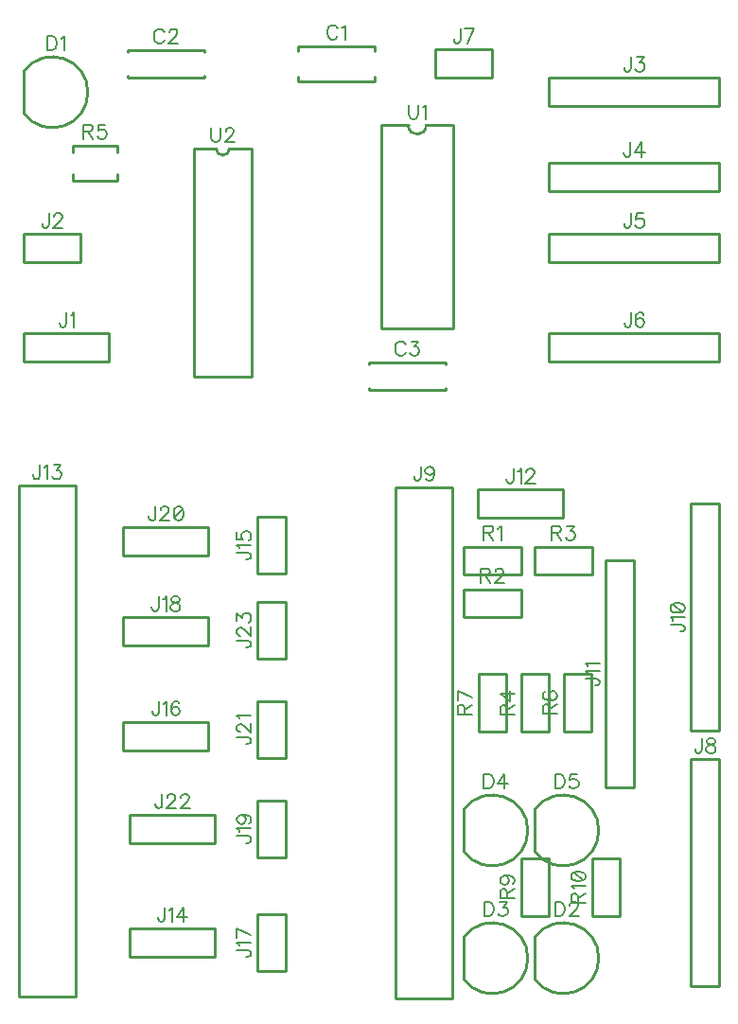
<source format=gbr>
G04 DipTrace 2.4.0.2*
%INTopSilk.gbr*%
%MOIN*%
%ADD10C,0.0098*%
%ADD40C,0.0077*%
%FSLAX44Y44*%
G04*
G70*
G90*
G75*
G01*
%LNTopSilk*%
%LPD*%
X15101Y38570D2*
D10*
X17780D1*
X15101Y37310D2*
X17780D1*
X15101Y38401D2*
Y38570D1*
Y37310D2*
Y37479D1*
X17780Y38401D2*
Y38570D1*
Y37310D2*
Y37479D1*
X9101Y38365D2*
Y38432D1*
X11780Y37448D2*
Y37515D1*
X9101Y37448D2*
X11780D1*
X9101D2*
Y37515D1*
Y38432D2*
X11780D1*
Y38365D2*
Y38432D1*
X17601Y27365D2*
Y27432D1*
X20280Y26448D2*
Y26515D1*
X17601Y26448D2*
X20280D1*
X17601D2*
Y26515D1*
Y27432D2*
X20280D1*
Y27365D2*
Y27432D1*
X5440Y36191D2*
Y37690D1*
X5442Y36188D2*
G03X5442Y37693I998J752D01*
G01*
X5440Y27440D2*
Y28440D1*
X8440D1*
Y27440D2*
Y28440D1*
X5440Y27440D2*
X8440D1*
X7440Y30940D2*
Y31940D1*
X5440Y30940D2*
X7440D1*
X5440D2*
Y31940D1*
X7440D1*
X23940Y36440D2*
X29940D1*
X23940Y37440D2*
X29940D1*
X23940Y36440D2*
Y37440D1*
X29940Y36440D2*
Y37440D1*
X23940Y33440D2*
X29940D1*
X23940Y34440D2*
X29940D1*
X23940Y33440D2*
Y34440D1*
X29940Y33440D2*
Y34440D1*
X23940Y30940D2*
X29940D1*
X23940Y31940D2*
X29940D1*
X23940Y30940D2*
Y31940D1*
X29940Y30940D2*
Y31940D1*
X23940Y27440D2*
X29940D1*
X23940Y28440D2*
X29940D1*
X23940Y27440D2*
Y28440D1*
X29940Y27440D2*
Y28440D1*
X21940Y37440D2*
Y38440D1*
X19940Y37440D2*
X21940D1*
X19940D2*
Y38440D1*
X21940D1*
X8727Y34838D2*
Y35070D1*
X7153Y34838D2*
Y35070D1*
Y33810D2*
X8727D1*
X7153Y35070D2*
X8727D1*
Y33810D2*
Y34042D1*
X7153Y33810D2*
Y34042D1*
X18031Y35773D2*
Y28608D1*
X20550Y35773D2*
Y28608D1*
X18031D2*
X20550D1*
X18031Y35773D2*
X18975D1*
X19606D2*
X20550D1*
X18975D2*
G03X19606Y35773I315J1D01*
G01*
X13464Y34956D2*
Y26924D1*
X11416D2*
X13464D1*
X11416Y34956D2*
Y26924D1*
Y34956D2*
X12204D1*
X13464D2*
X12676D1*
X12204D2*
G03X12676Y34956I236J0D01*
G01*
X23440Y5691D2*
Y7190D1*
X23442Y5688D2*
G03X23442Y7193I998J752D01*
G01*
X20940Y5691D2*
Y7190D1*
X20942Y5688D2*
G03X20942Y7193I998J752D01*
G01*
X20940Y10191D2*
Y11690D1*
X20942Y10188D2*
G03X20942Y11693I998J752D01*
G01*
X23440Y10191D2*
Y11690D1*
X23442Y10188D2*
G03X23442Y11693I998J752D01*
G01*
X28940Y5440D2*
Y13440D1*
X29940Y5440D2*
X28940D1*
X29940D2*
Y13440D1*
X28940D1*
X20530Y23030D2*
X18530D1*
X20530Y5030D2*
X18530D1*
Y23030D1*
X20530Y5030D2*
Y23030D1*
X28940Y14440D2*
Y22440D1*
X29940Y14440D2*
X28940D1*
X29940D2*
Y22440D1*
X28940D1*
X25940Y12440D2*
Y20440D1*
X26940Y12440D2*
X25940D1*
X26940D2*
Y20440D1*
X25940D1*
X24440Y22940D2*
Y21940D1*
X21440D1*
Y22940D2*
Y21940D1*
X24440Y22940D2*
X21440D1*
X22944Y19948D2*
X20936D1*
X22944Y20932D2*
X20936D1*
X22944D2*
Y19948D1*
X20936Y20932D2*
Y19948D1*
X22944Y18448D2*
X20936D1*
X22944Y19432D2*
X20936D1*
X22944D2*
Y18448D1*
X20936Y19432D2*
Y18448D1*
X25444Y19948D2*
X23436D1*
X25444Y20932D2*
X23436D1*
X25444D2*
Y19948D1*
X23436Y20932D2*
Y19948D1*
X22948Y14436D2*
Y16444D1*
X23932Y14436D2*
Y16444D1*
Y14436D2*
X22948D1*
X23932Y16444D2*
X22948D1*
X24448Y14436D2*
Y16444D1*
X25432Y14436D2*
Y16444D1*
Y14436D2*
X24448D1*
X25432Y16444D2*
X24448D1*
X21448Y14436D2*
Y16444D1*
X22432Y14436D2*
Y16444D1*
Y14436D2*
X21448D1*
X22432Y16444D2*
X21448D1*
X22948Y7936D2*
Y9944D1*
X23932Y7936D2*
Y9944D1*
Y7936D2*
X22948D1*
X23932Y9944D2*
X22948D1*
X25448Y7936D2*
Y9944D1*
X26432Y7936D2*
Y9944D1*
Y7936D2*
X25448D1*
X26432Y9944D2*
X25448D1*
X7260Y23080D2*
X5260D1*
X7260Y5080D2*
X5260D1*
Y23080D1*
X7260Y5080D2*
Y23080D1*
X12170Y7490D2*
Y6490D1*
X9170D1*
Y7490D2*
Y6490D1*
X12170Y7490D2*
X9170D1*
X14670Y21990D2*
X13670D1*
X14670Y19990D2*
Y21990D1*
Y19990D2*
X13670D1*
Y21990D1*
X11940Y14760D2*
Y13760D1*
X8940D1*
Y14760D2*
Y13760D1*
X11940Y14760D2*
X8940D1*
X14670Y7990D2*
X13670D1*
X14670Y5990D2*
Y7990D1*
Y5990D2*
X13670D1*
Y7990D1*
X11940Y18440D2*
Y17440D1*
X8940D1*
Y18440D2*
Y17440D1*
X11940Y18440D2*
X8940D1*
X14670Y11990D2*
X13670D1*
X14670Y9990D2*
Y11990D1*
Y9990D2*
X13670D1*
Y11990D1*
X11940Y21620D2*
Y20620D1*
X8940D1*
Y21620D2*
Y20620D1*
X11940Y21620D2*
X8940D1*
X14670Y15490D2*
X13670D1*
X14670Y13490D2*
Y15490D1*
Y13490D2*
X13670D1*
Y15490D1*
X12170Y11490D2*
Y10490D1*
X9170D1*
Y11490D2*
Y10490D1*
X12170Y11490D2*
X9170D1*
X14670Y18990D2*
X13670D1*
X14670Y16990D2*
Y18990D1*
Y16990D2*
X13670D1*
Y18990D1*
X16482Y39183D2*
D40*
X16459Y39230D1*
X16410Y39279D1*
X16363Y39302D1*
X16267D1*
X16219Y39279D1*
X16172Y39230D1*
X16147Y39183D1*
X16124Y39111D1*
Y38991D1*
X16147Y38920D1*
X16172Y38872D1*
X16219Y38824D1*
X16267Y38800D1*
X16363D1*
X16410Y38824D1*
X16459Y38872D1*
X16482Y38920D1*
X16637Y39206D2*
X16685Y39230D1*
X16757Y39302D1*
Y38800D1*
X10375Y39045D2*
X10351Y39093D1*
X10303Y39141D1*
X10255Y39165D1*
X10160D1*
X10112Y39141D1*
X10064Y39093D1*
X10040Y39045D1*
X10016Y38973D1*
Y38853D1*
X10040Y38782D1*
X10064Y38734D1*
X10112Y38686D1*
X10160Y38662D1*
X10255D1*
X10303Y38686D1*
X10351Y38734D1*
X10375Y38782D1*
X10554Y39045D2*
Y39068D1*
X10577Y39116D1*
X10601Y39140D1*
X10649Y39164D1*
X10745D1*
X10792Y39140D1*
X10816Y39116D1*
X10840Y39068D1*
Y39021D1*
X10816Y38973D1*
X10769Y38901D1*
X10529Y38662D1*
X10864D1*
X18875Y28045D2*
X18851Y28093D1*
X18803Y28141D1*
X18755Y28165D1*
X18660D1*
X18612Y28141D1*
X18564Y28093D1*
X18540Y28045D1*
X18516Y27973D1*
Y27853D1*
X18540Y27782D1*
X18564Y27734D1*
X18612Y27686D1*
X18660Y27662D1*
X18755D1*
X18803Y27686D1*
X18851Y27734D1*
X18875Y27782D1*
X19077Y28164D2*
X19340D1*
X19197Y27973D1*
X19269D1*
X19316Y27949D1*
X19340Y27925D1*
X19364Y27853D1*
Y27806D1*
X19340Y27734D1*
X19292Y27686D1*
X19220Y27662D1*
X19149D1*
X19077Y27686D1*
X19054Y27710D1*
X19029Y27758D1*
X6261Y38922D2*
Y38420D1*
X6428D1*
X6500Y38444D1*
X6548Y38492D1*
X6572Y38540D1*
X6596Y38611D1*
Y38731D1*
X6572Y38803D1*
X6548Y38850D1*
X6500Y38898D1*
X6428Y38922D1*
X6261D1*
X6750Y38826D2*
X6798Y38850D1*
X6870Y38922D1*
Y38420D1*
X6923Y29172D2*
Y28790D1*
X6899Y28718D1*
X6875Y28694D1*
X6827Y28670D1*
X6779D1*
X6731Y28694D1*
X6708Y28718D1*
X6683Y28790D1*
Y28837D1*
X7077Y29076D2*
X7125Y29101D1*
X7197Y29172D1*
Y28670D1*
X6315Y32672D2*
Y32290D1*
X6291Y32218D1*
X6267Y32194D1*
X6220Y32170D1*
X6171D1*
X6124Y32194D1*
X6100Y32218D1*
X6076Y32290D1*
Y32337D1*
X6494Y32552D2*
Y32576D1*
X6518Y32624D1*
X6541Y32648D1*
X6589Y32672D1*
X6685D1*
X6733Y32648D1*
X6756Y32624D1*
X6781Y32576D1*
Y32529D1*
X6756Y32481D1*
X6709Y32409D1*
X6470Y32170D1*
X6804D1*
X26815Y38172D2*
Y37790D1*
X26791Y37718D1*
X26767Y37694D1*
X26720Y37670D1*
X26671D1*
X26624Y37694D1*
X26600Y37718D1*
X26576Y37790D1*
Y37837D1*
X27018Y38172D2*
X27280D1*
X27137Y37981D1*
X27209D1*
X27256Y37957D1*
X27280Y37933D1*
X27304Y37861D1*
Y37814D1*
X27280Y37742D1*
X27233Y37694D1*
X27161Y37670D1*
X27089D1*
X27018Y37694D1*
X26994Y37718D1*
X26970Y37766D1*
X26803Y35172D2*
Y34790D1*
X26780Y34718D1*
X26755Y34694D1*
X26708Y34670D1*
X26660D1*
X26612Y34694D1*
X26588Y34718D1*
X26564Y34790D1*
Y34837D1*
X27197Y34670D2*
Y35172D1*
X26958Y34837D1*
X27316D1*
X26815Y32672D2*
Y32290D1*
X26791Y32218D1*
X26767Y32194D1*
X26720Y32170D1*
X26671D1*
X26624Y32194D1*
X26600Y32218D1*
X26576Y32290D1*
Y32337D1*
X27256Y32672D2*
X27018D1*
X26994Y32457D1*
X27018Y32481D1*
X27089Y32505D1*
X27161D1*
X27233Y32481D1*
X27281Y32433D1*
X27304Y32361D1*
Y32314D1*
X27281Y32242D1*
X27233Y32194D1*
X27161Y32170D1*
X27089D1*
X27018Y32194D1*
X26994Y32218D1*
X26970Y32266D1*
X26827Y29172D2*
Y28790D1*
X26804Y28718D1*
X26779Y28694D1*
X26732Y28670D1*
X26684D1*
X26636Y28694D1*
X26612Y28718D1*
X26588Y28790D1*
Y28837D1*
X27269Y29101D2*
X27245Y29148D1*
X27173Y29172D1*
X27125D1*
X27054Y29148D1*
X27005Y29076D1*
X26982Y28957D1*
Y28837D1*
X27005Y28742D1*
X27054Y28694D1*
X27125Y28670D1*
X27149D1*
X27220Y28694D1*
X27269Y28742D1*
X27292Y28814D1*
Y28837D1*
X27269Y28909D1*
X27220Y28957D1*
X27149Y28981D1*
X27125D1*
X27054Y28957D1*
X27005Y28909D1*
X26982Y28837D1*
X20815Y39172D2*
Y38790D1*
X20791Y38718D1*
X20767Y38694D1*
X20720Y38670D1*
X20671D1*
X20624Y38694D1*
X20600Y38718D1*
X20576Y38790D1*
Y38837D1*
X21065Y38670D2*
X21304Y39172D1*
X20970D1*
X7528Y35563D2*
X7743D1*
X7815Y35587D1*
X7839Y35611D1*
X7863Y35659D1*
Y35707D1*
X7839Y35754D1*
X7815Y35779D1*
X7743Y35802D1*
X7528D1*
Y35300D1*
X7695Y35563D2*
X7863Y35300D1*
X8304Y35802D2*
X8065D1*
X8042Y35587D1*
X8065Y35611D1*
X8137Y35635D1*
X8209D1*
X8280Y35611D1*
X8329Y35563D1*
X8352Y35491D1*
Y35444D1*
X8329Y35372D1*
X8280Y35324D1*
X8209Y35300D1*
X8137D1*
X8065Y35324D1*
X8042Y35348D1*
X8017Y35396D1*
X18986Y36505D2*
Y36146D1*
X19010Y36074D1*
X19058Y36027D1*
X19130Y36002D1*
X19177D1*
X19249Y36027D1*
X19297Y36074D1*
X19321Y36146D1*
Y36505D1*
X19475Y36409D2*
X19523Y36433D1*
X19595Y36504D1*
Y36002D1*
X12028Y35688D2*
Y35329D1*
X12052Y35258D1*
X12100Y35210D1*
X12172Y35186D1*
X12219D1*
X12291Y35210D1*
X12339Y35258D1*
X12363Y35329D1*
Y35688D1*
X12542Y35568D2*
Y35592D1*
X12565Y35640D1*
X12589Y35664D1*
X12637Y35688D1*
X12733D1*
X12780Y35664D1*
X12804Y35640D1*
X12829Y35592D1*
Y35544D1*
X12804Y35496D1*
X12757Y35425D1*
X12517Y35186D1*
X12852D1*
X24153Y8422D2*
Y7920D1*
X24321D1*
X24392Y7944D1*
X24440Y7992D1*
X24464Y8040D1*
X24488Y8111D1*
Y8231D1*
X24464Y8303D1*
X24440Y8350D1*
X24392Y8398D1*
X24321Y8422D1*
X24153D1*
X24667Y8302D2*
Y8326D1*
X24691Y8374D1*
X24714Y8398D1*
X24762Y8422D1*
X24858D1*
X24906Y8398D1*
X24929Y8374D1*
X24954Y8326D1*
Y8278D1*
X24929Y8230D1*
X24882Y8159D1*
X24642Y7920D1*
X24977D1*
X21653Y8422D2*
Y7920D1*
X21821D1*
X21892Y7944D1*
X21940Y7992D1*
X21964Y8040D1*
X21988Y8111D1*
Y8231D1*
X21964Y8303D1*
X21940Y8350D1*
X21892Y8398D1*
X21821Y8422D1*
X21653D1*
X22191D2*
X22453D1*
X22310Y8230D1*
X22382D1*
X22429Y8207D1*
X22453Y8183D1*
X22477Y8111D1*
Y8063D1*
X22453Y7992D1*
X22406Y7944D1*
X22334Y7920D1*
X22262D1*
X22191Y7944D1*
X22167Y7968D1*
X22142Y8015D1*
X21641Y12922D2*
Y12420D1*
X21809D1*
X21881Y12444D1*
X21929Y12492D1*
X21952Y12540D1*
X21976Y12611D1*
Y12731D1*
X21952Y12803D1*
X21929Y12850D1*
X21881Y12898D1*
X21809Y12922D1*
X21641D1*
X22370Y12420D2*
Y12922D1*
X22131Y12587D1*
X22489D1*
X24153Y12922D2*
Y12420D1*
X24321D1*
X24392Y12444D1*
X24440Y12492D1*
X24464Y12540D1*
X24488Y12611D1*
Y12731D1*
X24464Y12803D1*
X24440Y12850D1*
X24392Y12898D1*
X24321Y12922D1*
X24153D1*
X24929D2*
X24691D1*
X24667Y12707D1*
X24691Y12730D1*
X24762Y12755D1*
X24834D1*
X24906Y12730D1*
X24954Y12683D1*
X24977Y12611D1*
Y12563D1*
X24954Y12492D1*
X24906Y12444D1*
X24834Y12420D1*
X24762D1*
X24691Y12444D1*
X24667Y12468D1*
X24642Y12515D1*
X29315Y14172D2*
Y13790D1*
X29292Y13718D1*
X29267Y13694D1*
X29220Y13670D1*
X29172D1*
X29124Y13694D1*
X29100Y13718D1*
X29076Y13790D1*
Y13837D1*
X29589Y14172D2*
X29518Y14148D1*
X29494Y14101D1*
Y14052D1*
X29518Y14005D1*
X29565Y13981D1*
X29661Y13957D1*
X29733Y13933D1*
X29780Y13885D1*
X29804Y13837D1*
Y13766D1*
X29780Y13718D1*
X29757Y13694D1*
X29685Y13670D1*
X29589D1*
X29518Y13694D1*
X29494Y13718D1*
X29470Y13766D1*
Y13837D1*
X29494Y13885D1*
X29542Y13933D1*
X29613Y13957D1*
X29709Y13981D1*
X29757Y14005D1*
X29780Y14052D1*
Y14101D1*
X29757Y14148D1*
X29685Y14172D1*
X29589D1*
X19417Y23762D2*
Y23380D1*
X19393Y23308D1*
X19369Y23284D1*
X19321Y23260D1*
X19273D1*
X19226Y23284D1*
X19202Y23308D1*
X19178Y23380D1*
Y23427D1*
X19883Y23595D2*
X19858Y23523D1*
X19811Y23475D1*
X19739Y23451D1*
X19715D1*
X19643Y23475D1*
X19596Y23523D1*
X19571Y23595D1*
Y23619D1*
X19596Y23690D1*
X19643Y23738D1*
X19715Y23762D1*
X19739D1*
X19811Y23738D1*
X19858Y23690D1*
X19883Y23595D1*
Y23475D1*
X19858Y23356D1*
X19811Y23284D1*
X19739Y23260D1*
X19691D1*
X19619Y23284D1*
X19596Y23332D1*
X28208Y18178D2*
X28590D1*
X28662Y18154D1*
X28686Y18130D1*
X28710Y18082D1*
Y18034D1*
X28686Y17987D1*
X28662Y17963D1*
X28590Y17939D1*
X28543D1*
X28304Y18332D2*
X28280Y18380D1*
X28208Y18452D1*
X28710D1*
X28208Y18750D2*
X28232Y18679D1*
X28304Y18630D1*
X28423Y18607D1*
X28495D1*
X28615Y18630D1*
X28687Y18679D1*
X28710Y18750D1*
Y18798D1*
X28687Y18870D1*
X28615Y18917D1*
X28495Y18942D1*
X28423D1*
X28304Y18917D1*
X28232Y18870D1*
X28208Y18798D1*
Y18750D1*
X28304Y18917D2*
X28615Y18630D1*
X25208Y16285D2*
X25590D1*
X25662Y16262D1*
X25686Y16237D1*
X25710Y16190D1*
Y16142D1*
X25686Y16094D1*
X25662Y16070D1*
X25590Y16046D1*
X25543D1*
X25304Y16440D2*
X25280Y16488D1*
X25208Y16560D1*
X25710D1*
X25304Y16714D2*
X25280Y16762D1*
X25208Y16834D1*
X25710D1*
X22678Y23672D2*
Y23290D1*
X22654Y23218D1*
X22630Y23194D1*
X22582Y23170D1*
X22534D1*
X22487Y23194D1*
X22463Y23218D1*
X22439Y23290D1*
Y23337D1*
X22832Y23576D2*
X22880Y23601D1*
X22952Y23672D1*
Y23170D1*
X23131Y23552D2*
Y23576D1*
X23155Y23624D1*
X23179Y23648D1*
X23227Y23672D1*
X23322D1*
X23370Y23648D1*
X23394Y23624D1*
X23418Y23576D1*
Y23529D1*
X23394Y23481D1*
X23346Y23409D1*
X23107Y23170D1*
X23442D1*
X21636Y21425D2*
X21851D1*
X21922Y21450D1*
X21947Y21473D1*
X21970Y21521D1*
Y21569D1*
X21947Y21616D1*
X21922Y21641D1*
X21851Y21665D1*
X21636D1*
Y21162D1*
X21803Y21425D2*
X21970Y21162D1*
X22125Y21568D2*
X22173Y21593D1*
X22245Y21664D1*
Y21162D1*
X21528Y19925D2*
X21743D1*
X21815Y19950D1*
X21839Y19973D1*
X21863Y20021D1*
Y20069D1*
X21839Y20116D1*
X21815Y20141D1*
X21743Y20165D1*
X21528D1*
Y19662D1*
X21695Y19925D2*
X21863Y19662D1*
X22042Y20045D2*
Y20068D1*
X22065Y20116D1*
X22089Y20140D1*
X22137Y20164D1*
X22233D1*
X22280Y20140D1*
X22304Y20116D1*
X22329Y20068D1*
Y20021D1*
X22304Y19973D1*
X22257Y19901D1*
X22017Y19662D1*
X22352D1*
X24028Y21425D2*
X24243D1*
X24315Y21450D1*
X24339Y21473D1*
X24363Y21521D1*
Y21569D1*
X24339Y21616D1*
X24315Y21641D1*
X24243Y21665D1*
X24028D1*
Y21162D1*
X24195Y21425D2*
X24363Y21162D1*
X24565Y21664D2*
X24828D1*
X24685Y21473D1*
X24757D1*
X24804Y21449D1*
X24828Y21425D1*
X24852Y21353D1*
Y21306D1*
X24828Y21234D1*
X24780Y21186D1*
X24709Y21162D1*
X24637D1*
X24565Y21186D1*
X24542Y21210D1*
X24517Y21258D1*
X22455Y15016D2*
Y15231D1*
X22431Y15303D1*
X22407Y15327D1*
X22360Y15351D1*
X22311D1*
X22264Y15327D1*
X22240Y15303D1*
X22216Y15231D1*
Y15016D1*
X22718D1*
X22455Y15184D2*
X22718Y15351D1*
Y15745D2*
X22216D1*
X22551Y15505D1*
Y15864D1*
X23955Y15040D2*
Y15255D1*
X23931Y15327D1*
X23907Y15351D1*
X23860Y15375D1*
X23811D1*
X23764Y15351D1*
X23740Y15327D1*
X23716Y15255D1*
Y15040D1*
X24218D1*
X23955Y15208D2*
X24218Y15375D1*
X23788Y15816D2*
X23740Y15793D1*
X23716Y15721D1*
Y15673D1*
X23740Y15601D1*
X23812Y15553D1*
X23931Y15530D1*
X24051D1*
X24146Y15553D1*
X24194Y15601D1*
X24218Y15673D1*
Y15697D1*
X24194Y15768D1*
X24146Y15816D1*
X24075Y15840D1*
X24051D1*
X23979Y15816D1*
X23931Y15768D1*
X23908Y15697D1*
Y15673D1*
X23931Y15601D1*
X23979Y15553D1*
X24051Y15530D1*
X20955Y15028D2*
Y15243D1*
X20931Y15315D1*
X20907Y15339D1*
X20860Y15363D1*
X20811D1*
X20764Y15339D1*
X20740Y15315D1*
X20716Y15243D1*
Y15028D1*
X21218D1*
X20955Y15195D2*
X21218Y15363D1*
Y15613D2*
X20716Y15852D1*
Y15517D1*
X22455Y8540D2*
Y8755D1*
X22431Y8827D1*
X22407Y8851D1*
X22360Y8875D1*
X22311D1*
X22264Y8851D1*
X22240Y8827D1*
X22216Y8755D1*
Y8540D1*
X22718D1*
X22455Y8707D2*
X22718Y8875D1*
X22383Y9340D2*
X22455Y9316D1*
X22503Y9269D1*
X22527Y9197D1*
Y9173D1*
X22503Y9101D1*
X22455Y9054D1*
X22383Y9029D1*
X22360D1*
X22288Y9054D1*
X22240Y9101D1*
X22216Y9173D1*
Y9197D1*
X22240Y9269D1*
X22288Y9316D1*
X22383Y9340D1*
X22503D1*
X22623Y9316D1*
X22694Y9269D1*
X22718Y9197D1*
Y9149D1*
X22694Y9077D1*
X22646Y9054D1*
X24955Y8391D2*
Y8606D1*
X24931Y8678D1*
X24907Y8702D1*
X24860Y8726D1*
X24811D1*
X24764Y8702D1*
X24740Y8678D1*
X24716Y8606D1*
Y8391D1*
X25218D1*
X24955Y8558D2*
X25218Y8726D1*
X24812Y8880D2*
X24788Y8928D1*
X24716Y9000D1*
X25218D1*
X24716Y9298D2*
X24740Y9226D1*
X24812Y9178D1*
X24931Y9155D1*
X25003D1*
X25123Y9178D1*
X25194Y9226D1*
X25218Y9298D1*
Y9346D1*
X25194Y9418D1*
X25123Y9465D1*
X25003Y9489D1*
X24931D1*
X24812Y9465D1*
X24740Y9418D1*
X24716Y9346D1*
Y9298D1*
X24812Y9465D2*
X25123Y9178D1*
X5998Y23813D2*
Y23430D1*
X5974Y23358D1*
X5950Y23334D1*
X5902Y23310D1*
X5854D1*
X5807Y23334D1*
X5783Y23358D1*
X5759Y23430D1*
Y23478D1*
X6152Y23716D2*
X6201Y23741D1*
X6272Y23812D1*
Y23310D1*
X6475Y23812D2*
X6737D1*
X6594Y23621D1*
X6666D1*
X6714Y23597D1*
X6737Y23573D1*
X6762Y23501D1*
Y23454D1*
X6737Y23382D1*
X6690Y23334D1*
X6618Y23310D1*
X6546D1*
X6475Y23334D1*
X6451Y23358D1*
X6427Y23406D1*
X10396Y8223D2*
Y7840D1*
X10372Y7768D1*
X10348Y7745D1*
X10301Y7720D1*
X10253D1*
X10205Y7745D1*
X10181Y7768D1*
X10157Y7840D1*
Y7888D1*
X10551Y8126D2*
X10599Y8151D1*
X10671Y8222D1*
Y7720D1*
X11064D2*
Y8222D1*
X10825Y7888D1*
X11184D1*
X12938Y20728D2*
X13321D1*
X13392Y20704D1*
X13416Y20680D1*
X13440Y20633D1*
Y20584D1*
X13416Y20537D1*
X13392Y20513D1*
X13321Y20489D1*
X13273D1*
X13034Y20883D2*
X13010Y20931D1*
X12939Y21003D1*
X13440D1*
X12939Y21444D2*
Y21205D1*
X13154Y21181D1*
X13130Y21205D1*
X13106Y21277D1*
Y21348D1*
X13130Y21420D1*
X13177Y21468D1*
X13249Y21492D1*
X13297D1*
X13369Y21468D1*
X13417Y21420D1*
X13440Y21348D1*
Y21277D1*
X13417Y21205D1*
X13392Y21181D1*
X13345Y21157D1*
X10190Y15492D2*
Y15110D1*
X10166Y15038D1*
X10142Y15014D1*
X10095Y14990D1*
X10046D1*
X9999Y15014D1*
X9975Y15038D1*
X9951Y15110D1*
Y15158D1*
X10345Y15396D2*
X10393Y15421D1*
X10464Y15492D1*
Y14990D1*
X10906Y15421D2*
X10882Y15468D1*
X10810Y15492D1*
X10763D1*
X10691Y15468D1*
X10643Y15396D1*
X10619Y15277D1*
Y15158D1*
X10643Y15062D1*
X10691Y15014D1*
X10763Y14990D1*
X10786D1*
X10858Y15014D1*
X10906Y15062D1*
X10929Y15134D1*
Y15158D1*
X10906Y15229D1*
X10858Y15277D1*
X10786Y15301D1*
X10763D1*
X10691Y15277D1*
X10643Y15229D1*
X10619Y15158D1*
X12938Y6728D2*
X13321D1*
X13392Y6704D1*
X13416Y6680D1*
X13440Y6633D1*
Y6584D1*
X13416Y6537D1*
X13392Y6513D1*
X13321Y6489D1*
X13273D1*
X13034Y6883D2*
X13010Y6931D1*
X12939Y7003D1*
X13440D1*
Y7253D2*
X12939Y7492D1*
Y7157D1*
X10178Y19172D2*
Y18790D1*
X10154Y18718D1*
X10130Y18694D1*
X10083Y18670D1*
X10035D1*
X9987Y18694D1*
X9963Y18718D1*
X9939Y18790D1*
Y18837D1*
X10333Y19076D2*
X10381Y19101D1*
X10453Y19172D1*
Y18670D1*
X10726Y19172D2*
X10655Y19148D1*
X10631Y19101D1*
Y19052D1*
X10655Y19005D1*
X10703Y18981D1*
X10798Y18957D1*
X10870Y18933D1*
X10918Y18885D1*
X10941Y18837D1*
Y18766D1*
X10918Y18718D1*
X10894Y18694D1*
X10822Y18670D1*
X10726D1*
X10655Y18694D1*
X10631Y18718D1*
X10607Y18766D1*
Y18837D1*
X10631Y18885D1*
X10679Y18933D1*
X10750Y18957D1*
X10846Y18981D1*
X10894Y19005D1*
X10918Y19052D1*
Y19101D1*
X10894Y19148D1*
X10822Y19172D1*
X10726D1*
X12938Y10740D2*
X13321D1*
X13392Y10716D1*
X13416Y10692D1*
X13440Y10644D1*
Y10596D1*
X13416Y10549D1*
X13392Y10525D1*
X13321Y10501D1*
X13273D1*
X13034Y10894D2*
X13010Y10943D1*
X12939Y11014D1*
X13440D1*
X13106Y11480D2*
X13177Y11456D1*
X13225Y11408D1*
X13249Y11336D1*
Y11312D1*
X13225Y11241D1*
X13177Y11193D1*
X13106Y11169D1*
X13082D1*
X13010Y11193D1*
X12962Y11241D1*
X12939Y11312D1*
Y11336D1*
X12962Y11408D1*
X13010Y11456D1*
X13106Y11480D1*
X13225D1*
X13345Y11456D1*
X13417Y11408D1*
X13440Y11336D1*
Y11289D1*
X13417Y11217D1*
X13369Y11193D1*
X10070Y22352D2*
Y21970D1*
X10047Y21898D1*
X10022Y21874D1*
X9975Y21850D1*
X9927D1*
X9879Y21874D1*
X9855Y21898D1*
X9831Y21970D1*
Y22017D1*
X10249Y22232D2*
Y22256D1*
X10273Y22304D1*
X10297Y22328D1*
X10345Y22352D1*
X10440D1*
X10488Y22328D1*
X10512Y22304D1*
X10536Y22256D1*
Y22209D1*
X10512Y22161D1*
X10464Y22089D1*
X10225Y21850D1*
X10560D1*
X10858Y22352D2*
X10786Y22328D1*
X10738Y22256D1*
X10714Y22137D1*
Y22065D1*
X10738Y21946D1*
X10786Y21874D1*
X10858Y21850D1*
X10905D1*
X10977Y21874D1*
X11025Y21946D1*
X11049Y22065D1*
Y22137D1*
X11025Y22256D1*
X10977Y22328D1*
X10905Y22352D1*
X10858D1*
X11025Y22256D2*
X10738Y21946D1*
X12938Y14228D2*
X13321D1*
X13392Y14204D1*
X13416Y14180D1*
X13440Y14133D1*
Y14084D1*
X13416Y14037D1*
X13392Y14013D1*
X13321Y13989D1*
X13273D1*
X13058Y14407D2*
X13034D1*
X12986Y14431D1*
X12962Y14454D1*
X12939Y14503D1*
Y14598D1*
X12962Y14646D1*
X12986Y14669D1*
X13034Y14694D1*
X13082D1*
X13130Y14669D1*
X13201Y14622D1*
X13440Y14383D1*
Y14718D1*
X13034Y14872D2*
X13010Y14920D1*
X12939Y14992D1*
X13440D1*
X10301Y12223D2*
Y11840D1*
X10277Y11768D1*
X10253Y11745D1*
X10205Y11720D1*
X10157D1*
X10109Y11745D1*
X10086Y11768D1*
X10061Y11840D1*
Y11888D1*
X10479Y12103D2*
Y12126D1*
X10503Y12175D1*
X10527Y12198D1*
X10575Y12222D1*
X10671D1*
X10718Y12198D1*
X10742Y12175D1*
X10766Y12126D1*
Y12079D1*
X10742Y12031D1*
X10694Y11960D1*
X10455Y11720D1*
X10790D1*
X10969Y12103D2*
Y12126D1*
X10992Y12175D1*
X11016Y12198D1*
X11064Y12222D1*
X11160D1*
X11207Y12198D1*
X11231Y12175D1*
X11255Y12126D1*
Y12079D1*
X11231Y12031D1*
X11184Y11960D1*
X10944Y11720D1*
X11279D1*
X12938Y17621D2*
X13321D1*
X13392Y17597D1*
X13416Y17573D1*
X13440Y17525D1*
Y17477D1*
X13416Y17429D1*
X13392Y17406D1*
X13321Y17381D1*
X13273D1*
X13058Y17799D2*
X13034D1*
X12986Y17823D1*
X12962Y17847D1*
X12939Y17895D1*
Y17991D1*
X12962Y18038D1*
X12986Y18062D1*
X13034Y18086D1*
X13082D1*
X13130Y18062D1*
X13201Y18014D1*
X13440Y17775D1*
Y18110D1*
X12939Y18312D2*
Y18575D1*
X13130Y18432D1*
Y18504D1*
X13154Y18551D1*
X13177Y18575D1*
X13249Y18599D1*
X13297D1*
X13369Y18575D1*
X13417Y18527D1*
X13440Y18456D1*
Y18384D1*
X13417Y18312D1*
X13392Y18289D1*
X13345Y18264D1*
M02*

</source>
